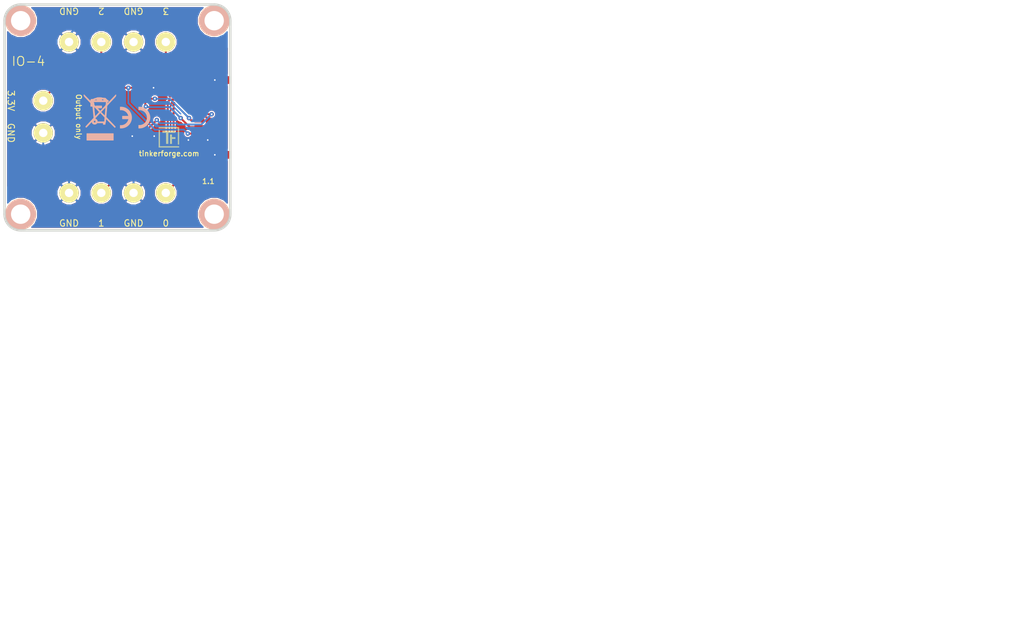
<source format=kicad_pcb>
(kicad_pcb (version 4) (host pcbnew 4.0.2+dfsg1-stable)
  (title_block (title "IO4 Bricklet") (date "18 jan 2013") (rev 1.1) (company "Tinkerforge GmbH") (comment 1 "Licensed under CERN OHL v.1.1") (comment 2 "Copyright (©) 2011, B.Nordmeyer <bastian@tinkerforge.com>"))
  (layers (0 Vorderseite signal) (31 Rückseite signal hide) (34 B.Paste user) (35 F.Paste user) (36 B.SilkS user) (37 F.SilkS user) (38 B.Mask user) (39 F.Mask user) (44 Edge.Cuts user))
  (net 0 "")
  (net 1 GND)
  (net 2 SCL)
  (net 3 SDA)
  (net 4 VCC)
  (net 5 "Net-(J1-Pad1)")
  (net 6 "Net-(J2-Pad1)")
  (net 7 "Net-(J3-Pad2)")
  (net 8 "Net-(J4-Pad2)")
  (net 9 "Net-(P1-Pad1)")
  (net 10 "Net-(P1-Pad6)")
  (net 11 "Net-(P1-Pad7)")
  (net 12 "Net-(P1-Pad8)")
  (net 13 "Net-(P1-Pad9)")
  (net 14 "Net-(P1-Pad10)")
  (net 15 "Net-(U1-Pad7)")
  (module kicad-libraries:Logo_31x31 (layer Vorderseite) (at 148.3233 85.9028)
    (fp_text reference Ref** hide)
    (fp_text value Val** hide)
  )
  (module kicad-libraries:Fiducial_Mark (layer Vorderseite) (at 126.02464 95.60052)
    (fp_text reference Fiducial_Mark hide)
    (fp_text value VAL** hide)
    (pad 1 smd circle (at 0 0) (size 1.00076 1.00076) (layers Vorderseite F.Paste F.Mask) (clearance 0.65024))
  )
  (module kicad-libraries:Fiducial_Mark (layer Vorderseite) (at 157.9245 72.90054)
    (fp_text reference Fiducial_Mark hide)
    (fp_text value VAL** hide)
    (pad 1 smd circle (at 0 0) (size 1.00076 1.00076) (layers Vorderseite F.Paste F.Mask) (clearance 0.65024))
  )
  (module kicad-libraries:WEEE_7mm (layer Rückseite) (at 139.225 84.4 180)
    (fp_text reference VAL hide)
    (fp_text value WEEE_7mm hide)
  )
  (module kicad-libraries:CE_5mm (layer Rückseite) (at 144.625 84.425 180)
    (fp_text reference VAL hide)
    (fp_text value CE_5mm hide)
  )
  (module C0603 (layer Vorderseite) (at 145.923 79.80172)
    (fp_text reference C1)
    (fp_text value 100nF)
    (pad 1 smd rect (at -0.8001 0) (size 0.8001 0.8001) (layers Vorderseite F.Paste F.Mask) (net 4 VCC))
    (pad 2 smd rect (at 0.8001 0) (size 0.8001 0.8001) (layers Vorderseite F.Paste F.Mask) (net 1 GND))
  )
  (module AKL_5_2 (layer Vorderseite) (at 146.92376 96.1009 180)
    (fp_text reference J1)
    (fp_text value AKL_5_2)
    (pad 1 thru_hole circle (at -2.49936 0 180) (size 2.99974 2.99974) (drill 1.30048) (layers *.Cu *.Mask F.SilkS) (net 5 "Net-(J1-Pad1)"))
    (pad 2 thru_hole circle (at 2.49936 0 180) (size 2.99974 2.99974) (drill 1.30048) (layers *.Cu *.Mask F.SilkS) (net 1 GND))
  )
  (module AKL_5_2 (layer Vorderseite) (at 136.92378 96.1009 180)
    (fp_text reference J2)
    (fp_text value AKL_5_2)
    (pad 1 thru_hole circle (at -2.49936 0 180) (size 2.99974 2.99974) (drill 1.30048) (layers *.Cu *.Mask F.SilkS) (net 6 "Net-(J2-Pad1)"))
    (pad 2 thru_hole circle (at 2.49936 0 180) (size 2.99974 2.99974) (drill 1.30048) (layers *.Cu *.Mask F.SilkS) (net 1 GND))
  )
  (module AKL_5_2 (layer Vorderseite) (at 136.92378 72.70242)
    (fp_text reference J3)
    (fp_text value AKL_5_2)
    (pad 1 thru_hole circle (at -2.49936 0) (size 2.99974 2.99974) (drill 1.30048) (layers *.Cu *.Mask F.SilkS) (net 1 GND))
    (pad 2 thru_hole circle (at 2.49936 0) (size 2.99974 2.99974) (drill 1.30048) (layers *.Cu *.Mask F.SilkS) (net 7 "Net-(J3-Pad2)"))
  )
  (module AKL_5_2 (layer Vorderseite) (at 146.92376 72.70242)
    (fp_text reference J4)
    (fp_text value AKL_5_2)
    (pad 1 thru_hole circle (at -2.49936 0) (size 2.99974 2.99974) (drill 1.30048) (layers *.Cu *.Mask F.SilkS) (net 1 GND))
    (pad 2 thru_hole circle (at 2.49936 0) (size 2.99974 2.99974) (drill 1.30048) (layers *.Cu *.Mask F.SilkS) (net 8 "Net-(J4-Pad2)"))
  )
  (module AKL_5_2 (layer Vorderseite) (at 130.42392 84.3026 90)
    (fp_text reference J5)
    (fp_text value AKL_5_2)
    (pad 1 thru_hole circle (at -2.49936 0 90) (size 2.99974 2.99974) (drill 1.30048) (layers *.Cu *.Mask F.SilkS) (net 1 GND))
    (pad 2 thru_hole circle (at 2.49936 0 90) (size 2.99974 2.99974) (drill 1.30048) (layers *.Cu *.Mask F.SilkS) (net 4 VCC))
  )
  (module CON-SENSOR (layer Vorderseite) (at 159.4231 84.4042 90)
    (fp_text reference P1)
    (fp_text value CON-SENSOR)
    (pad 1 smd rect (at -4.50088 -4.7752 90) (size 0.59944 1.5494) (layers Vorderseite F.Paste F.Mask) (net 9 "Net-(P1-Pad1)"))
    (pad 2 smd rect (at -3.50012 -4.7752 90) (size 0.59944 1.5494) (layers Vorderseite F.Paste F.Mask) (net 1 GND))
    (pad 3 smd rect (at -2.49936 -4.7752 90) (size 0.59944 1.5494) (layers Vorderseite F.Paste F.Mask) (net 4 VCC))
    (pad 4 smd rect (at -1.50114 -4.7752 90) (size 0.59944 1.5494) (layers Vorderseite F.Paste F.Mask) (net 2 SCL))
    (pad 5 smd rect (at -0.50038 -4.7752 90) (size 0.59944 1.5494) (layers Vorderseite F.Paste F.Mask) (net 3 SDA))
    (pad 6 smd rect (at 0.50038 -4.7752 90) (size 0.59944 1.5494) (layers Vorderseite F.Paste F.Mask) (net 10 "Net-(P1-Pad6)"))
    (pad 7 smd rect (at 1.50114 -4.7752 90) (size 0.59944 1.5494) (layers Vorderseite F.Paste F.Mask) (net 11 "Net-(P1-Pad7)"))
    (pad 8 smd rect (at 2.49936 -4.7752 90) (size 0.59944 1.5494) (layers Vorderseite F.Paste F.Mask) (net 12 "Net-(P1-Pad8)"))
    (pad 9 smd rect (at 3.50012 -4.7752 90) (size 0.59944 1.5494) (layers Vorderseite F.Paste F.Mask) (net 13 "Net-(P1-Pad9)"))
    (pad 10 smd rect (at 4.50088 -4.7752 90) (size 0.59944 1.5494) (layers Vorderseite F.Paste F.Mask) (net 14 "Net-(P1-Pad10)"))
    (pad EP smd rect (at -5.79882 -0.89916 90) (size 1.19888 1.80086) (layers Vorderseite F.Paste F.Mask) (net 1 GND))
    (pad EP smd rect (at 5.79882 -0.89916 90) (size 1.19888 1.80086) (layers Vorderseite F.Paste F.Mask) (net 1 GND))
  )
  (module 4X0402 (layer Vorderseite) (at 151.12492 81.40192 90)
    (fp_text reference RP1)
    (fp_text value 100)
    (pad 1 smd rect (at -0.7493 0.575 270) (size 0.29972 0.65) (layers Vorderseite F.Paste F.Mask) (net 11 "Net-(P1-Pad7)"))
    (pad 2 smd rect (at -0.24892 0.575 270) (size 0.29972 0.65) (layers Vorderseite F.Paste F.Mask) (net 12 "Net-(P1-Pad8)"))
    (pad 3 smd rect (at 0.24892 0.575 270) (size 0.29972 0.65) (layers Vorderseite F.Paste F.Mask) (net 13 "Net-(P1-Pad9)"))
    (pad 4 smd rect (at 0.7493 0.575 270) (size 0.29972 0.65) (layers Vorderseite F.Paste F.Mask) (net 14 "Net-(P1-Pad10)"))
    (pad 5 smd rect (at 0.7493 -0.575 90) (size 0.29972 0.65) (layers Vorderseite F.Paste F.Mask) (net 8 "Net-(J4-Pad2)"))
    (pad 6 smd rect (at 0.24892 -0.575 90) (size 0.29972 0.65) (layers Vorderseite F.Paste F.Mask) (net 7 "Net-(J3-Pad2)"))
    (pad 7 smd rect (at -0.24892 -0.575 90) (size 0.29972 0.65) (layers Vorderseite F.Paste F.Mask) (net 6 "Net-(J2-Pad1)"))
    (pad 8 smd rect (at -0.7493 -0.575 90) (size 0.29972 0.65) (layers Vorderseite F.Paste F.Mask) (net 5 "Net-(J1-Pad1)"))
  )
  (module DRILL_NP (layer Vorderseite) (at 156.92374 69.40042)
    (fp_text reference U2 hide)
    (fp_text value DRILL hide)
    (pad "" np_thru_hole circle (at 0 0) (size 2.99974 2.99974) (drill 2.99974) (layers *.Cu *.Mask F.SilkS) (clearance 0.89916))
  )
  (module DRILL_NP (layer Vorderseite) (at 156.92374 99.4029 90)
    (fp_text reference U3 hide)
    (fp_text value DRILL hide)
    (pad "" np_thru_hole circle (at 0 0 90) (size 2.99974 2.99974) (drill 2.99974) (layers *.Cu *.Mask F.SilkS) (clearance 0.89916))
  )
  (module DRILL_NP (layer Vorderseite) (at 126.9238 99.4029)
    (fp_text reference U4 hide)
    (fp_text value DRILL hide)
    (pad "" np_thru_hole circle (at 0 0) (size 2.99974 2.99974) (drill 2.99974) (layers *.Cu *.Mask F.SilkS) (clearance 0.89916))
  )
  (module DRILL_NP (layer Vorderseite) (at 126.9238 69.40042 90)
    (fp_text reference U5 hide)
    (fp_text value DRILL hide)
    (pad "" np_thru_hole circle (at 0 0 90) (size 2.99974 2.99974) (drill 2.99974) (layers *.Cu *.Mask F.SilkS) (clearance 0.89916))
  )
  (module kicad-libraries:TSSOP8 (layer Vorderseite) (at 145.923 84.40166)
    (fp_text reference U1)
    (fp_text value M24C64)
    (pad 1 smd rect (at -0.97282 2.89814 180) (size 0.39878 1.29794) (layers Vorderseite F.Paste F.Mask) (net 1 GND))
    (pad 2 smd rect (at -0.32258 2.89814 180) (size 0.39878 1.29794) (layers Vorderseite F.Paste F.Mask) (net 1 GND))
    (pad 3 smd rect (at 0.32258 2.89814 180) (size 0.39878 1.29794) (layers Vorderseite F.Paste F.Mask) (net 10 "Net-(P1-Pad6)"))
    (pad 4 smd rect (at 0.97282 2.89814 180) (size 0.39878 1.29794) (layers Vorderseite F.Paste F.Mask) (net 1 GND))
    (pad 5 smd rect (at 0.97282 -2.89814) (size 0.39878 1.29794) (layers Vorderseite F.Paste F.Mask) (net 3 SDA))
    (pad 6 smd rect (at 0.32258 -2.89814) (size 0.39878 1.29794) (layers Vorderseite F.Paste F.Mask) (net 2 SCL))
    (pad 7 smd rect (at -0.32258 -2.89814) (size 0.39878 1.29794) (layers Vorderseite F.Paste F.Mask) (net 15 "Net-(U1-Pad7)"))
    (pad 8 smd rect (at -0.97282 -2.89814) (size 0.39878 1.29794) (layers Vorderseite F.Paste F.Mask) (net 4 VCC))
  )
  (gr_text tinkerforge.com (at 149.9235 90.00236) (layer F.SilkS) (effects (font (size 0.8001 0.8001) (thickness 0.14986))))
  (gr_text 3 (at 149.42312 67.90182 180) (layer F.SilkS) (effects (font (size 1.00076 1.00076) (thickness 0.14986))))
  (gr_text 2 (at 139.42314 67.90182 180) (layer F.SilkS) (effects (font (size 1.00076 1.00076) (thickness 0.14986))))
  (gr_text 1 (at 139.42314 100.80244) (layer F.SilkS) (effects (font (size 1.00076 1.00076) (thickness 0.14986))))
  (gr_text 0 (at 149.42312 100.80244) (layer F.SilkS) (effects (font (size 1.00076 1.00076) (thickness 0.14986))))
  (gr_text "Output only" (at 135.92302 84.3026 270) (layer F.SilkS) (effects (font (size 0.8001 0.8001) (thickness 0.14986))))
  (gr_text GND (at 144.4244 67.90182 180) (layer F.SilkS) (effects (font (size 1.00076 1.00076) (thickness 0.14986))))
  (gr_text GND (at 134.42442 67.90182 180) (layer F.SilkS) (effects (font (size 1.00076 1.00076) (thickness 0.14986))))
  (gr_text GND (at 144.4244 100.80244) (layer F.SilkS) (effects (font (size 1.00076 1.00076) (thickness 0.14986))))
  (gr_text GND (at 134.42442 100.80244) (layer F.SilkS) (effects (font (size 1.00076 1.00076) (thickness 0.14986))))
  (gr_line (start 126.9238 66.90106) (end 156.92374 66.90106) (angle 90) (layer Edge.Cuts) (width 0.381))
  (gr_line (start 124.42444 99.4029) (end 124.42444 69.40042) (angle 90) (layer Edge.Cuts) (width 0.381))
  (gr_line (start 126.9238 101.90226) (end 156.92374 101.90226) (angle 90) (layer Edge.Cuts) (width 0.381))
  (gr_arc (start 126.9238 99.4029) (end 126.9238 101.90226) (angle 90) (layer Edge.Cuts) (width 0.381))
  (gr_arc (start 126.9238 69.40042) (end 124.42444 69.40042) (angle 90) (layer Edge.Cuts) (width 0.381))
  (gr_line (start 159.4231 99.4029) (end 159.4231 94.40164) (angle 90) (layer Edge.Cuts) (width 0.381))
  (gr_line (start 159.4231 74.40168) (end 159.4231 69.40042) (angle 90) (layer Edge.Cuts) (width 0.381))
  (gr_arc (start 156.92374 69.40042) (end 156.92374 66.90106) (angle 90) (layer Edge.Cuts) (width 0.381))
  (gr_arc (start 156.92374 99.4029) (end 159.4231 99.4029) (angle 90) (layer Edge.Cuts) (width 0.381))
  (gr_text 1.1 (at 156.02458 94.30258) (layer F.SilkS) (effects (font (size 0.8001 0.8001) (thickness 0.14986))))
  (gr_text GND (at 125.42266 86.80196 270) (layer F.SilkS) (effects (font (size 1.00076 1.00076) (thickness 0.14986))))
  (gr_text 3.3V (at 125.42266 81.8007 270) (layer F.SilkS) (effects (font (size 1.00076 1.00076) (thickness 0.14986))))
  (gr_line (start 159.4231 94.40418) (end 159.4231 74.40422) (angle 90) (layer Edge.Cuts) (width 0.381))
  (gr_text IO-4 (at 128.12268 75.70216) (layer F.SilkS) (effects (font (size 1.39954 1.39954) (thickness 0.14986))))
  (segment (start 155.82392 79.80172) (end 157.0228 78.60284) (width 0.29972) (layer Rückseite) (net 1))
  (via (at 157.0228 78.60284) (size 0.70104) (layers Vorderseite Rückseite) (net 1))
  (segment (start 157.0228 78.60284) (end 157.02534 78.60538) (width 0.29972) (layer Vorderseite) (net 1))
  (segment (start 157.02534 78.60538) (end 158.52394 78.60538) (width 0.29972) (layer Vorderseite) (net 1))
  (segment (start 146.7231 79.80172) (end 147.5232 79.80172) (width 0.29972) (layer Vorderseite) (net 1))
  (via (at 147.5232 79.80172) (size 0.70104) (layers Vorderseite Rückseite) (net 1))
  (segment (start 147.5232 79.80172) (end 155.82392 79.80172) (width 0.29972) (layer Rückseite) (net 1))
  (segment (start 157.9245 89.29878) (end 157.9245 79.50454) (width 0.29972) (layer Rückseite) (net 1))
  (segment (start 157.0228 90.20048) (end 157.9245 89.29878) (width 0.29972) (layer Rückseite) (net 1))
  (segment (start 157.9245 79.50454) (end 157.0228 78.60284) (width 0.29972) (layer Rückseite) (net 1))
  (via (at 157.0228 90.20048) (size 0.70104) (layers Vorderseite Rückseite) (net 1))
  (segment (start 157.02534 90.20302) (end 157.0228 90.20048) (width 0.29972) (layer Vorderseite) (net 1))
  (segment (start 158.52394 90.20302) (end 157.02534 90.20302) (width 0.29972) (layer Vorderseite) (net 1))
  (segment (start 130.42392 92.1004) (end 134.42442 96.1009) (width 0.29972) (layer Rückseite) (net 1))
  (segment (start 147.62226 87.2998) (end 147.6248 87.30234) (width 0.29972) (layer Vorderseite) (net 1))
  (via (at 147.6248 87.30234) (size 0.70104) (layers Vorderseite Rückseite) (net 1))
  (segment (start 147.6248 87.30234) (end 148.22424 87.90178) (width 0.29972) (layer Rückseite) (net 1))
  (segment (start 148.22424 87.90178) (end 152.92324 87.90178) (width 0.29972) (layer Rückseite) (net 1))
  (segment (start 146.89582 87.2998) (end 147.62226 87.2998) (width 0.29972) (layer Vorderseite) (net 1))
  (segment (start 145.60042 87.2998) (end 144.95018 87.2998) (width 0.29972) (layer Vorderseite) (net 1))
  (segment (start 144.22628 87.2998) (end 144.22374 87.30234) (width 0.29972) (layer Vorderseite) (net 1))
  (via (at 144.22374 87.30234) (size 0.70104) (layers Vorderseite Rückseite) (net 1))
  (segment (start 144.22374 87.30234) (end 141.82344 89.70264) (width 0.29972) (layer Rückseite) (net 1))
  (segment (start 141.82344 89.70264) (end 137.22096 89.70264) (width 0.29972) (layer Rückseite) (net 1))
  (segment (start 137.22096 89.70264) (end 134.42442 92.49918) (width 0.29972) (layer Rückseite) (net 1))
  (segment (start 134.42442 92.49918) (end 134.42442 96.1009) (width 0.29972) (layer Rückseite) (net 1))
  (segment (start 144.95018 87.2998) (end 144.22628 87.2998) (width 0.29972) (layer Vorderseite) (net 1))
  (segment (start 130.42392 86.80196) (end 130.42392 92.1004) (width 0.29972) (layer Rückseite) (net 1))
  (segment (start 152.92578 87.90432) (end 152.92324 87.90178) (width 0.29972) (layer Vorderseite) (net 1))
  (via (at 152.92324 87.90178) (size 0.70104) (layers Vorderseite Rückseite) (net 1))
  (segment (start 152.92324 87.90178) (end 148.02358 92.80144) (width 0.29972) (layer Rückseite) (net 1))
  (segment (start 148.02358 92.80144) (end 145.52422 92.80144) (width 0.29972) (layer Rückseite) (net 1))
  (segment (start 145.52422 92.80144) (end 144.4244 93.90126) (width 0.29972) (layer Rückseite) (net 1))
  (segment (start 144.4244 93.90126) (end 144.4244 96.1009) (width 0.29972) (layer Rückseite) (net 1))
  (segment (start 154.6479 87.90432) (end 152.92578 87.90432) (width 0.29972) (layer Vorderseite) (net 1))
  (segment (start 155.92044 87.90432) (end 155.92298 87.90178) (width 0.29972) (layer Vorderseite) (net 1))
  (via (at 155.92298 87.90178) (size 0.70104) (layers Vorderseite Rückseite) (net 1))
  (segment (start 155.92298 87.90178) (end 157.0228 89.0016) (width 0.29972) (layer Rückseite) (net 1))
  (segment (start 157.0228 89.0016) (end 157.0228 90.20048) (width 0.29972) (layer Rückseite) (net 1))
  (segment (start 154.6479 87.90432) (end 155.92044 87.90432) (width 0.29972) (layer Vorderseite) (net 1))
  (segment (start 144.4244 72.3011) (end 146.52498 70.20052) (width 0.29972) (layer Rückseite) (net 1))
  (segment (start 146.52498 70.20052) (end 151.72182 70.20052) (width 0.29972) (layer Rückseite) (net 1))
  (segment (start 151.72182 70.20052) (end 157.0228 75.5015) (width 0.29972) (layer Rückseite) (net 1))
  (segment (start 157.0228 75.5015) (end 157.0228 78.60284) (width 0.29972) (layer Rückseite) (net 1))
  (segment (start 144.4244 72.70242) (end 144.4244 72.3011) (width 0.29972) (layer Rückseite) (net 1))
  (segment (start 134.42442 71.60006) (end 135.82396 70.20052) (width 0.29972) (layer Rückseite) (net 1))
  (segment (start 135.82396 70.20052) (end 141.9225 70.20052) (width 0.29972) (layer Rückseite) (net 1))
  (segment (start 141.9225 70.20052) (end 144.4244 72.70242) (width 0.29972) (layer Rückseite) (net 1))
  (segment (start 134.42442 72.70242) (end 134.42442 71.60006) (width 0.29972) (layer Rückseite) (net 1))
  (segment (start 140.92428 99.60102) (end 144.4244 96.1009) (width 0.29972) (layer Rückseite) (net 1))
  (segment (start 137.922 99.60102) (end 140.92428 99.60102) (width 0.29972) (layer Rückseite) (net 1))
  (segment (start 134.42442 96.10344) (end 137.922 99.60102) (width 0.29972) (layer Rückseite) (net 1))
  (segment (start 134.42442 96.1009) (end 134.42442 96.10344) (width 0.29972) (layer Rückseite) (net 1))
  (segment (start 153.12898 85.90534) (end 151.72436 84.50072) (width 0.29972) (layer Vorderseite) (net 2))
  (via (at 151.72436 84.50072) (size 0.70104) (layers Vorderseite Rückseite) (net 2))
  (segment (start 151.72436 84.50072) (end 150.0251 82.80146) (width 0.29972) (layer Rückseite) (net 2))
  (segment (start 150.0251 82.80146) (end 146.42338 82.80146) (width 0.29972) (layer Rückseite) (net 2))
  (segment (start 146.42338 82.80146) (end 146.32432 82.7024) (width 0.29972) (layer Rückseite) (net 2))
  (via (at 146.32432 82.7024) (size 0.70104) (layers Vorderseite Rückseite) (net 2))
  (segment (start 146.32432 82.7024) (end 146.24558 82.62366) (width 0.29972) (layer Vorderseite) (net 2))
  (segment (start 146.24558 82.62366) (end 146.24558 81.50352) (width 0.29972) (layer Vorderseite) (net 2))
  (segment (start 154.6479 85.90534) (end 153.12898 85.90534) (width 0.29972) (layer Vorderseite) (net 2))
  (segment (start 153.4287 84.90458) (end 153.02484 84.50072) (width 0.29972) (layer Vorderseite) (net 3))
  (via (at 153.02484 84.50072) (size 0.70104) (layers Vorderseite Rückseite) (net 3))
  (segment (start 153.02484 84.50072) (end 150.0251 81.50098) (width 0.29972) (layer Rückseite) (net 3))
  (segment (start 150.0251 81.50098) (end 147.72386 81.50098) (width 0.29972) (layer Rückseite) (net 3))
  (via (at 147.72386 81.50098) (size 0.70104) (layers Vorderseite Rückseite) (net 3))
  (segment (start 147.72386 81.50098) (end 147.72132 81.50352) (width 0.29972) (layer Vorderseite) (net 3))
  (segment (start 147.72132 81.50352) (end 146.89582 81.50352) (width 0.29972) (layer Vorderseite) (net 3))
  (segment (start 154.6479 84.90458) (end 153.4287 84.90458) (width 0.29972) (layer Vorderseite) (net 3))
  (segment (start 152.82672 86.90356) (end 152.82418 86.90102) (width 0.29972) (layer Vorderseite) (net 4))
  (via (at 152.82418 86.90102) (size 0.70104) (layers Vorderseite Rückseite) (net 4))
  (segment (start 152.82418 86.90102) (end 152.22474 86.30158) (width 0.29972) (layer Rückseite) (net 4))
  (segment (start 152.22474 86.30158) (end 147.72386 86.30158) (width 0.29972) (layer Rückseite) (net 4))
  (segment (start 147.72386 86.30158) (end 143.6243 82.20202) (width 0.29972) (layer Rückseite) (net 4))
  (segment (start 143.6243 82.20202) (end 143.6243 79.80172) (width 0.29972) (layer Rückseite) (net 4))
  (via (at 143.6243 79.80172) (size 0.70104) (layers Vorderseite Rückseite) (net 4))
  (segment (start 143.6243 79.80172) (end 132.12318 79.80172) (width 0.29972) (layer Vorderseite) (net 4))
  (segment (start 132.12318 79.80172) (end 130.42392 81.50098) (width 0.29972) (layer Vorderseite) (net 4))
  (segment (start 130.42392 81.50098) (end 130.42392 81.80324) (width 0.29972) (layer Vorderseite) (net 4))
  (segment (start 154.6479 86.90356) (end 152.82672 86.90356) (width 0.29972) (layer Vorderseite) (net 4))
  (segment (start 143.6243 79.80172) (end 145.1229 79.80172) (width 0.29972) (layer Vorderseite) (net 4))
  (segment (start 145.1229 80.40116) (end 144.95018 80.57388) (width 0.29972) (layer Vorderseite) (net 4))
  (segment (start 144.95018 80.57388) (end 144.95018 81.50352) (width 0.29972) (layer Vorderseite) (net 4))
  (segment (start 145.1229 79.80172) (end 145.1229 80.40116) (width 0.29972) (layer Vorderseite) (net 4))
  (segment (start 150.62708 94.89694) (end 149.42312 96.1009) (width 0.29972) (layer Vorderseite) (net 5))
  (segment (start 150.62708 82.15122) (end 150.62708 94.89694) (width 0.29972) (layer Vorderseite) (net 5))
  (segment (start 150.07336 81.65084) (end 149.72284 82.00136) (width 0.29972) (layer Vorderseite) (net 6))
  (segment (start 149.72284 82.00136) (end 149.72284 86.90102) (width 0.29972) (layer Vorderseite) (net 6))
  (segment (start 149.72284 86.90102) (end 142.92326 93.7006) (width 0.29972) (layer Vorderseite) (net 6))
  (segment (start 142.92326 93.7006) (end 141.82344 93.7006) (width 0.29972) (layer Vorderseite) (net 6))
  (segment (start 141.82344 93.7006) (end 139.42314 96.1009) (width 0.29972) (layer Vorderseite) (net 6))
  (segment (start 150.62708 81.65084) (end 150.07336 81.65084) (width 0.29972) (layer Vorderseite) (net 6))
  (segment (start 150.07336 81.153) (end 146.7231 77.80274) (width 0.29972) (layer Vorderseite) (net 7))
  (segment (start 146.7231 77.80274) (end 142.22476 77.80274) (width 0.29972) (layer Vorderseite) (net 7))
  (segment (start 142.22476 77.80274) (end 139.42314 75.00112) (width 0.29972) (layer Vorderseite) (net 7))
  (segment (start 139.42314 75.00112) (end 139.42314 72.70242) (width 0.29972) (layer Vorderseite) (net 7))
  (segment (start 150.62708 81.153) (end 150.07336 81.153) (width 0.29972) (layer Vorderseite) (net 7))
  (segment (start 150.62708 80.00492) (end 149.42312 78.80096) (width 0.29972) (layer Vorderseite) (net 8))
  (segment (start 149.42312 78.80096) (end 149.42312 72.70242) (width 0.29972) (layer Vorderseite) (net 8))
  (segment (start 150.62708 80.65262) (end 150.62708 80.00492) (width 0.29972) (layer Vorderseite) (net 8))
  (segment (start 146.24558 86.57844) (end 148.02358 84.80044) (width 0.29972) (layer Vorderseite) (net 10))
  (via (at 148.02358 84.80044) (size 0.70104) (layers Vorderseite Rückseite) (net 10))
  (segment (start 148.02358 84.80044) (end 148.52396 85.30082) (width 0.29972) (layer Rückseite) (net 10))
  (segment (start 148.52396 85.30082) (end 151.12492 85.30082) (width 0.29972) (layer Rückseite) (net 10))
  (segment (start 151.12492 85.30082) (end 151.32558 85.50148) (width 0.29972) (layer Rückseite) (net 10))
  (segment (start 151.32558 85.50148) (end 154.92476 85.50148) (width 0.29972) (layer Rückseite) (net 10))
  (segment (start 154.92476 85.50148) (end 156.52496 83.90128) (width 0.29972) (layer Rückseite) (net 10))
  (via (at 156.52496 83.90128) (size 0.70104) (layers Vorderseite Rückseite) (net 10))
  (segment (start 156.52496 83.90128) (end 156.52242 83.90382) (width 0.29972) (layer Vorderseite) (net 10))
  (segment (start 156.52242 83.90382) (end 154.6479 83.90382) (width 0.29972) (layer Vorderseite) (net 10))
  (segment (start 146.24558 87.2998) (end 146.24558 86.57844) (width 0.29972) (layer Vorderseite) (net 10))
  (segment (start 151.77516 82.15122) (end 152.527 82.90306) (width 0.29972) (layer Vorderseite) (net 11))
  (segment (start 152.527 82.90306) (end 154.6479 82.90306) (width 0.29972) (layer Vorderseite) (net 11))
  (segment (start 151.62276 82.15122) (end 151.77516 82.15122) (width 0.29972) (layer Vorderseite) (net 11))
  (segment (start 152.3746 81.65084) (end 152.6286 81.90484) (width 0.29972) (layer Vorderseite) (net 12))
  (segment (start 152.6286 81.90484) (end 154.6479 81.90484) (width 0.29972) (layer Vorderseite) (net 12))
  (segment (start 151.62276 81.65084) (end 152.3746 81.65084) (width 0.29972) (layer Vorderseite) (net 12))
  (segment (start 152.273 81.153) (end 152.52192 80.90408) (width 0.29972) (layer Vorderseite) (net 13))
  (segment (start 152.52192 80.90408) (end 154.6479 80.90408) (width 0.29972) (layer Vorderseite) (net 13))
  (segment (start 151.62276 81.153) (end 152.273 81.153) (width 0.29972) (layer Vorderseite) (net 13))
  (segment (start 151.97074 80.65262) (end 152.72004 79.90332) (width 0.29972) (layer Vorderseite) (net 14))
  (segment (start 152.72004 79.90332) (end 154.6479 79.90332) (width 0.29972) (layer Vorderseite) (net 14))
  (segment (start 151.62276 80.65262) (end 151.97074 80.65262) (width 0.29972) (layer Vorderseite) (net 14))
  (zone (net 1) (net_name GND) (layer Vorderseite) (connect_pads (clearance 0.20066)) (min_thickness 0.20066) (fill (arc_segments 16) (thermal_gap 0.29972) (thermal_bridge_width 0.29972))
    (polygon (pts (xy 159.4231 101.90226) (xy 159.4231 66.90106) (xy 124.42444 66.90106) (xy 124.42444 101.90226)))
  )
  (zone (net 1) (net_name GND) (layer Rückseite) (connect_pads (clearance 0.20066)) (min_thickness 0.20066) (fill (arc_segments 16) (thermal_gap 0.29972) (thermal_bridge_width 0.29972))
    (polygon (pts (xy 159.4231 101.90226) (xy 159.4231 66.90106) (xy 124.42444 66.90106) (xy 124.42444 101.90226)))
  )
)
</source>
